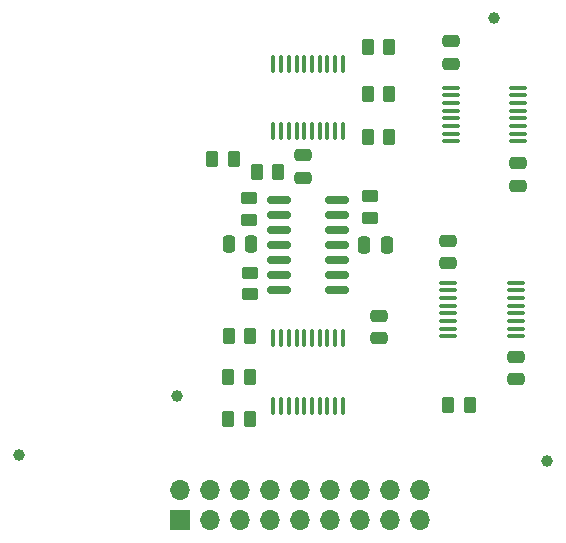
<source format=gbr>
%TF.GenerationSoftware,KiCad,Pcbnew,7.0.7*%
%TF.CreationDate,2024-06-06T22:47:18-06:00*%
%TF.ProjectId,VoiceBoardR2,566f6963-6542-46f6-9172-6452322e6b69,rev?*%
%TF.SameCoordinates,Original*%
%TF.FileFunction,Soldermask,Bot*%
%TF.FilePolarity,Negative*%
%FSLAX46Y46*%
G04 Gerber Fmt 4.6, Leading zero omitted, Abs format (unit mm)*
G04 Created by KiCad (PCBNEW 7.0.7) date 2024-06-06 22:47:18*
%MOMM*%
%LPD*%
G01*
G04 APERTURE LIST*
G04 Aperture macros list*
%AMRoundRect*
0 Rectangle with rounded corners*
0 $1 Rounding radius*
0 $2 $3 $4 $5 $6 $7 $8 $9 X,Y pos of 4 corners*
0 Add a 4 corners polygon primitive as box body*
4,1,4,$2,$3,$4,$5,$6,$7,$8,$9,$2,$3,0*
0 Add four circle primitives for the rounded corners*
1,1,$1+$1,$2,$3*
1,1,$1+$1,$4,$5*
1,1,$1+$1,$6,$7*
1,1,$1+$1,$8,$9*
0 Add four rect primitives between the rounded corners*
20,1,$1+$1,$2,$3,$4,$5,0*
20,1,$1+$1,$4,$5,$6,$7,0*
20,1,$1+$1,$6,$7,$8,$9,0*
20,1,$1+$1,$8,$9,$2,$3,0*%
G04 Aperture macros list end*
%ADD10C,1.000000*%
%ADD11R,1.700000X1.700000*%
%ADD12O,1.700000X1.700000*%
%ADD13RoundRect,0.250000X-0.262500X-0.450000X0.262500X-0.450000X0.262500X0.450000X-0.262500X0.450000X0*%
%ADD14RoundRect,0.250000X0.475000X-0.250000X0.475000X0.250000X-0.475000X0.250000X-0.475000X-0.250000X0*%
%ADD15RoundRect,0.250000X0.450000X-0.262500X0.450000X0.262500X-0.450000X0.262500X-0.450000X-0.262500X0*%
%ADD16RoundRect,0.250000X-0.475000X0.250000X-0.475000X-0.250000X0.475000X-0.250000X0.475000X0.250000X0*%
%ADD17RoundRect,0.250000X-0.250000X-0.475000X0.250000X-0.475000X0.250000X0.475000X-0.250000X0.475000X0*%
%ADD18RoundRect,0.250000X0.262500X0.450000X-0.262500X0.450000X-0.262500X-0.450000X0.262500X-0.450000X0*%
%ADD19RoundRect,0.100000X0.100000X-0.637500X0.100000X0.637500X-0.100000X0.637500X-0.100000X-0.637500X0*%
%ADD20RoundRect,0.250000X0.250000X0.475000X-0.250000X0.475000X-0.250000X-0.475000X0.250000X-0.475000X0*%
%ADD21RoundRect,0.100000X-0.100000X0.637500X-0.100000X-0.637500X0.100000X-0.637500X0.100000X0.637500X0*%
%ADD22RoundRect,0.100000X0.637500X0.100000X-0.637500X0.100000X-0.637500X-0.100000X0.637500X-0.100000X0*%
%ADD23RoundRect,0.150000X-0.825000X-0.150000X0.825000X-0.150000X0.825000X0.150000X-0.825000X0.150000X0*%
%ADD24RoundRect,0.250000X-0.450000X0.262500X-0.450000X-0.262500X0.450000X-0.262500X0.450000X0.262500X0*%
G04 APERTURE END LIST*
D10*
%TO.C,TP104*%
X43250000Y-37350000D03*
%TD*%
%TO.C,TP103*%
X29875000Y-42350000D03*
%TD*%
%TO.C,TP102*%
X74525000Y-42900000D03*
%TD*%
%TO.C,TP101*%
X70075000Y-5400000D03*
%TD*%
D11*
%TO.C,U103*%
X43437500Y-47887500D03*
D12*
X43437500Y-45347500D03*
X45977500Y-47887500D03*
X45977500Y-45347500D03*
X48517500Y-47887500D03*
X48517500Y-45347500D03*
X51057500Y-47887500D03*
X51057500Y-45347500D03*
X53597500Y-47887500D03*
X53597500Y-45347500D03*
X56137500Y-47887500D03*
X56137500Y-45347500D03*
X58677500Y-47887500D03*
X58677500Y-45347500D03*
X61217500Y-47887500D03*
X61217500Y-45347500D03*
X63757500Y-47887500D03*
X63757500Y-45347500D03*
%TD*%
D13*
%TO.C,R230*%
X59380000Y-11792500D03*
X61205000Y-11792500D03*
%TD*%
D14*
%TO.C,C102*%
X66400000Y-9247500D03*
X66400000Y-7347500D03*
%TD*%
D13*
%TO.C,R242*%
X66175000Y-38187500D03*
X68000000Y-38187500D03*
%TD*%
%TO.C,R228*%
X59360000Y-15452500D03*
X61185000Y-15452500D03*
%TD*%
D15*
%TO.C,R233*%
X59592500Y-22305000D03*
X59592500Y-20480000D03*
%TD*%
D14*
%TO.C,C218*%
X53892500Y-18902500D03*
X53892500Y-17002500D03*
%TD*%
D16*
%TO.C,C103*%
X71900000Y-34047499D03*
X71900000Y-35947499D03*
%TD*%
D17*
%TO.C,C215*%
X47602500Y-24552500D03*
X49502500Y-24552500D03*
%TD*%
D14*
%TO.C,C104*%
X66150000Y-26147500D03*
X66150000Y-24247500D03*
%TD*%
D16*
%TO.C,C217*%
X60292500Y-30572500D03*
X60292500Y-32472500D03*
%TD*%
D18*
%TO.C,R238*%
X49375000Y-35787500D03*
X47550000Y-35787500D03*
%TD*%
%TO.C,R239*%
X49405000Y-32322500D03*
X47580000Y-32322500D03*
%TD*%
D15*
%TO.C,R240*%
X49287500Y-22475000D03*
X49287500Y-20650000D03*
%TD*%
D16*
%TO.C,C101*%
X72100000Y-17697500D03*
X72100000Y-19597500D03*
%TD*%
D19*
%TO.C,U205*%
X57237500Y-38235000D03*
X56587500Y-38235000D03*
X55937500Y-38235000D03*
X55287500Y-38235000D03*
X54637500Y-38235000D03*
X53987500Y-38235000D03*
X53337500Y-38235000D03*
X52687500Y-38235000D03*
X52037500Y-38235000D03*
X51387500Y-38235000D03*
X51387500Y-32510000D03*
X52037500Y-32510000D03*
X52687500Y-32510000D03*
X53337500Y-32510000D03*
X53987500Y-32510000D03*
X54637500Y-32510000D03*
X55287500Y-32510000D03*
X55937500Y-32510000D03*
X56587500Y-32510000D03*
X57237500Y-32510000D03*
%TD*%
D13*
%TO.C,R231*%
X46210000Y-17322500D03*
X48035000Y-17322500D03*
%TD*%
D20*
%TO.C,C216*%
X60982500Y-24572500D03*
X59082500Y-24572500D03*
%TD*%
D18*
%TO.C,R237*%
X49375000Y-39312500D03*
X47550000Y-39312500D03*
%TD*%
D21*
%TO.C,U203*%
X51387500Y-9250001D03*
X52037500Y-9250001D03*
X52687500Y-9250001D03*
X53337500Y-9250001D03*
X53987500Y-9250001D03*
X54637500Y-9250001D03*
X55287500Y-9250001D03*
X55937500Y-9250001D03*
X56587500Y-9250001D03*
X57237500Y-9250001D03*
X57237500Y-14975001D03*
X56587500Y-14975001D03*
X55937500Y-14975001D03*
X55287500Y-14975001D03*
X54637500Y-14975001D03*
X53987500Y-14975001D03*
X53337500Y-14975001D03*
X52687500Y-14975001D03*
X52037500Y-14975001D03*
X51387500Y-14975001D03*
%TD*%
D22*
%TO.C,U102*%
X72112500Y-11272500D03*
X72112500Y-11922500D03*
X72112500Y-12572500D03*
X72112500Y-13222500D03*
X72112500Y-13872500D03*
X72112500Y-14522500D03*
X72112500Y-15172500D03*
X72112500Y-15822500D03*
X66387500Y-15822500D03*
X66387500Y-15172500D03*
X66387500Y-14522500D03*
X66387500Y-13872500D03*
X66387500Y-13222500D03*
X66387500Y-12572500D03*
X66387500Y-11922500D03*
X66387500Y-11272500D03*
%TD*%
D13*
%TO.C,R229*%
X59380000Y-7862500D03*
X61205000Y-7862500D03*
%TD*%
%TO.C,R241*%
X49960000Y-18462500D03*
X51785000Y-18462500D03*
%TD*%
D23*
%TO.C,U204*%
X51837500Y-28372500D03*
X51837500Y-27102500D03*
X51837500Y-25832500D03*
X51837500Y-24562500D03*
X51837500Y-23292500D03*
X51837500Y-22022500D03*
X51837500Y-20752500D03*
X56787500Y-20752500D03*
X56787500Y-22022500D03*
X56787500Y-23292500D03*
X56787500Y-24562500D03*
X56787500Y-25832500D03*
X56787500Y-27102500D03*
X56787500Y-28372500D03*
%TD*%
D24*
%TO.C,R232*%
X49387500Y-26950000D03*
X49387500Y-28775000D03*
%TD*%
D22*
%TO.C,U101*%
X71900000Y-27797500D03*
X71900000Y-28447500D03*
X71900000Y-29097500D03*
X71900000Y-29747500D03*
X71900000Y-30397500D03*
X71900000Y-31047500D03*
X71900000Y-31697500D03*
X71900000Y-32347500D03*
X66175000Y-32347500D03*
X66175000Y-31697500D03*
X66175000Y-31047500D03*
X66175000Y-30397500D03*
X66175000Y-29747500D03*
X66175000Y-29097500D03*
X66175000Y-28447500D03*
X66175000Y-27797500D03*
%TD*%
M02*

</source>
